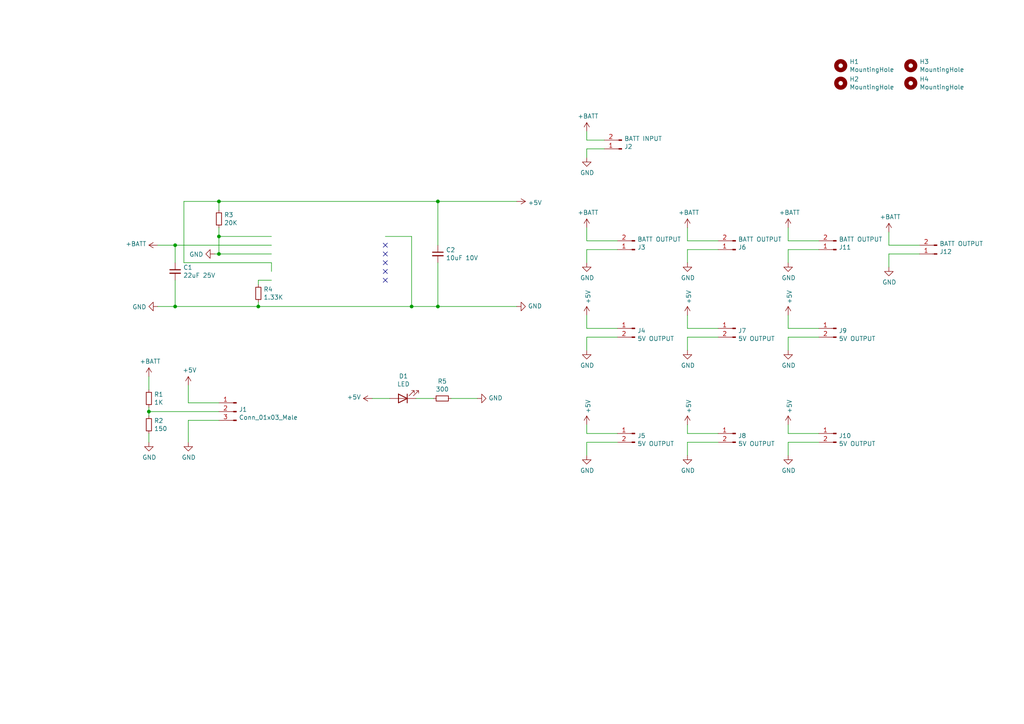
<source format=kicad_sch>
(kicad_sch (version 20211123) (generator eeschema)
  (paper "A4")
  (lib_symbols
    (symbol "Connector:Conn_01x02_Male" (pin_names (offset 1.016) hide)
      (property "Reference" "J" (at 0 2.54 0))
      (property "Value" "Conn_01x02_Male" (at 0 -5.08 0))
      (symbol "Conn_01x02_Male_1_1"
        (polyline (pts (xy 1.27 -2.54) (xy 0.8636 -2.54)) (stroke (width 0.1524)))
        (polyline (pts (xy 1.27 0) (xy 0.8636 0)) (stroke (width 0.1524)))
        (rectangle (start 0.8636 -2.413) (end 0 -2.667) (stroke (width 0.1524)) (fill (type outline)))
        (rectangle (start 0.8636 0.127) (end 0 -0.127) (stroke (width 0.1524)) (fill (type outline)))
        (pin passive line (at 5.08 0 180) (length 3.81) (name "Pin_1") (number "1"))
        (pin passive line (at 5.08 -2.54 180) (length 3.81) (name "Pin_2") (number "2"))
      )
    )
    (symbol "Connector:Conn_01x03_Male" (pin_names (offset 1.016) hide)
      (property "Reference" "J" (at 0 5.08 0))
      (property "Value" "Conn_01x03_Male" (at 0 -5.08 0))
      (symbol "Conn_01x03_Male_1_1"
        (polyline (pts (xy 1.27 -2.54) (xy 0.8636 -2.54)) (stroke (width 0.1524)))
        (polyline (pts (xy 1.27 0) (xy 0.8636 0)) (stroke (width 0.1524)))
        (polyline (pts (xy 1.27 2.54) (xy 0.8636 2.54)) (stroke (width 0.1524)))
        (rectangle (start 0.8636 -2.413) (end 0 -2.667) (stroke (width 0.1524)) (fill (type outline)))
        (rectangle (start 0.8636 0.127) (end 0 -0.127) (stroke (width 0.1524)) (fill (type outline)))
        (rectangle (start 0.8636 2.667) (end 0 2.413) (stroke (width 0.1524)) (fill (type outline)))
        (pin passive line (at 5.08 2.54 180) (length 3.81) (name "Pin_1") (number "1"))
        (pin passive line (at 5.08 0 180) (length 3.81) (name "Pin_2") (number "2"))
        (pin passive line (at 5.08 -2.54 180) (length 3.81) (name "Pin_3") (number "3"))
      )
    )
    (symbol "Device:C_Small" (pin_numbers hide) (pin_names (offset 0.254) hide)
      (property "Reference" "C" (at 0.254 1.778 0))
      (property "Value" "C_Small" (at 0.254 -2.032 0))
      (symbol "C_Small_0_1"
        (polyline (pts (xy -1.524 -0.508) (xy 1.524 -0.508)) (stroke (width 0.3302)))
        (polyline (pts (xy -1.524 0.508) (xy 1.524 0.508)) (stroke (width 0.3048)))
      )
      (symbol "C_Small_1_1"
        (pin passive line (at 0 2.54 270) (length 2.032) (name "~") (number "1"))
        (pin passive line (at 0 -2.54 90) (length 2.032) (name "~") (number "2"))
      )
    )
    (symbol "Device:LED" (pin_numbers hide) (pin_names (offset 1.016) hide)
      (property "Reference" "D" (at 0 2.54 0))
      (property "Value" "LED" (at 0 -2.54 0))
      (symbol "LED_0_1"
        (polyline (pts (xy -1.27 -1.27) (xy -1.27 1.27)) (stroke (width 0.254)))
        (polyline (pts (xy -1.27 0) (xy 1.27 0)))
        (polyline (pts (xy 1.27 -1.27) (xy 1.27 1.27) (xy -1.27 0) (xy 1.27 -1.27)) (stroke (width 0.254)))
        (polyline (pts (xy -3.048 -0.762) (xy -4.572 -2.286) (xy -3.81 -2.286) (xy -4.572 -2.286) (xy -4.572 -1.524)))
        (polyline (pts (xy -1.778 -0.762) (xy -3.302 -2.286) (xy -2.54 -2.286) (xy -3.302 -2.286) (xy -3.302 -1.524)))
      )
      (symbol "LED_1_1"
        (pin passive line (at -3.81 0 0) (length 2.54) (name "K") (number "1"))
        (pin passive line (at 3.81 0 180) (length 2.54) (name "A") (number "2"))
      )
    )
    (symbol "Device:R_Small" (pin_numbers hide) (pin_names (offset 0.254) hide)
      (property "Reference" "R" (at 0.762 0.508 0))
      (property "Value" "R_Small" (at 0.762 -1.016 0))
      (symbol "R_Small_0_1"
        (rectangle (start -0.762 1.778) (end 0.762 -1.778) (stroke (width 0.2032)))
      )
      (symbol "R_Small_1_1"
        (pin passive line (at 0 2.54 270) (length 0.762) (name "~") (number "1"))
        (pin passive line (at 0 -2.54 90) (length 0.762) (name "~") (number "2"))
      )
    )
    (symbol "Mechanical:MountingHole" (pin_names (offset 1.016))
      (property "Reference" "H" (at 0 5.08 0))
      (property "Value" "MountingHole" (at 0 3.175 0))
      (symbol "MountingHole_0_1"
        (circle (center 0 0) (radius 1.27) (stroke (width 1.27)))
      )
    )
    (symbol "power:+5V" (power) (pin_names (offset 0))
      (property "Value" "+5V" (at 0 3.556 0))
      (symbol "+5V_0_1"
        (polyline (pts (xy -0.762 1.27) (xy 0 2.54)))
        (polyline (pts (xy 0 0) (xy 0 2.54)))
        (polyline (pts (xy 0 2.54) (xy 0.762 1.27)))
      )
      (symbol "+5V_1_1"
        (pin power_in line (at 0 0 90) (length 0) hide (name "+5V") (number "1"))
      )
    )
    (symbol "power:+BATT" (power) (pin_names (offset 0))
      (property "Value" "+BATT" (at 0 3.556 0))
      (symbol "+BATT_0_1"
        (polyline (pts (xy -0.762 1.27) (xy 0 2.54)))
        (polyline (pts (xy 0 0) (xy 0 2.54)))
        (polyline (pts (xy 0 2.54) (xy 0.762 1.27)))
      )
      (symbol "+BATT_1_1"
        (pin power_in line (at 0 0 90) (length 0) hide (name "+BATT") (number "1"))
      )
    )
    (symbol "power:GND" (power) (pin_names (offset 0))
      (property "Value" "GND" (at 0 -3.81 0))
      (symbol "GND_0_1"
        (polyline (pts (xy 0 0) (xy 0 -1.27) (xy 1.27 -1.27) (xy 0 -2.54) (xy -1.27 -1.27) (xy 0 -1.27)))
      )
      (symbol "GND_1_1"
        (pin power_in line (at 0 0 270) (length 0) hide (name "GND") (number "1"))
      )
    )
  )
  (junction (at 127 88.9))
  (junction (at 63.5 68.58))
  (junction (at 74.93 88.9))
  (junction (at 127 58.42))
  (junction (at 63.5 58.42))
  (junction (at 43.18 119.38))
  (junction (at 50.8 71.12))
  (junction (at 63.5 73.66))
  (junction (at 119.38 88.9))
  (junction (at 50.8 88.9))
  (no_connect (at 111.76 71.12))
  (no_connect (at 111.76 76.2))
  (no_connect (at 111.76 81.28))
  (no_connect (at 111.76 78.74))
  (no_connect (at 111.76 73.66))
  (wire (pts (xy 170.18 72.39) (xy 179.07 72.39)))
  (wire (pts (xy 45.72 71.12) (xy 50.8 71.12)))
  (wire (pts (xy 170.18 125.73) (xy 179.07 125.73)))
  (wire (pts (xy 54.61 116.84) (xy 63.5 116.84)))
  (wire (pts (xy 170.18 66.04) (xy 170.18 69.85)))
  (wire (pts (xy 63.5 68.58) (xy 78.74 68.58)))
  (wire (pts (xy 74.93 87.63) (xy 74.93 88.9)))
  (wire (pts (xy 228.6 95.25) (xy 237.49 95.25)))
  (wire (pts (xy 170.18 38.1) (xy 170.18 40.64)))
  (wire (pts (xy 228.6 69.85) (xy 237.49 69.85)))
  (wire (pts (xy 43.18 125.73) (xy 43.18 128.27)))
  (wire (pts (xy 257.81 73.66) (xy 266.7 73.66)))
  (wire (pts (xy 228.6 101.6) (xy 228.6 97.79)))
  (wire (pts (xy 199.39 72.39) (xy 208.28 72.39)))
  (wire (pts (xy 45.72 88.9) (xy 50.8 88.9)))
  (wire (pts (xy 120.65 115.57) (xy 125.73 115.57)))
  (wire (pts (xy 127 88.9) (xy 149.86 88.9)))
  (wire (pts (xy 199.39 125.73) (xy 208.28 125.73)))
  (wire (pts (xy 50.8 81.28) (xy 50.8 88.9)))
  (wire (pts (xy 228.6 123.19) (xy 228.6 125.73)))
  (wire (pts (xy 170.18 101.6) (xy 170.18 97.79)))
  (wire (pts (xy 170.18 69.85) (xy 179.07 69.85)))
  (wire (pts (xy 119.38 68.58) (xy 119.38 88.9)))
  (wire (pts (xy 74.93 88.9) (xy 119.38 88.9)))
  (wire (pts (xy 228.6 132.08) (xy 228.6 128.27)))
  (wire (pts (xy 170.18 132.08) (xy 170.18 128.27)))
  (wire (pts (xy 63.5 66.04) (xy 63.5 68.58)))
  (wire (pts (xy 50.8 71.12) (xy 78.74 71.12)))
  (wire (pts (xy 78.74 78.74) (xy 78.74 76.2)))
  (wire (pts (xy 78.74 76.2) (xy 53.34 76.2)))
  (wire (pts (xy 228.6 91.44) (xy 228.6 95.25)))
  (wire (pts (xy 199.39 97.79) (xy 208.28 97.79)))
  (wire (pts (xy 257.81 67.31) (xy 257.81 71.12)))
  (wire (pts (xy 130.81 115.57) (xy 138.43 115.57)))
  (wire (pts (xy 199.39 123.19) (xy 199.39 125.73)))
  (wire (pts (xy 170.18 91.44) (xy 170.18 95.25)))
  (wire (pts (xy 228.6 125.73) (xy 237.49 125.73)))
  (wire (pts (xy 43.18 119.38) (xy 63.5 119.38)))
  (wire (pts (xy 170.18 45.72) (xy 170.18 43.18)))
  (wire (pts (xy 50.8 76.2) (xy 50.8 71.12)))
  (wire (pts (xy 170.18 95.25) (xy 179.07 95.25)))
  (wire (pts (xy 199.39 76.2) (xy 199.39 72.39)))
  (wire (pts (xy 199.39 66.04) (xy 199.39 69.85)))
  (wire (pts (xy 62.23 73.66) (xy 63.5 73.66)))
  (wire (pts (xy 43.18 109.22) (xy 43.18 113.03)))
  (wire (pts (xy 228.6 72.39) (xy 237.49 72.39)))
  (wire (pts (xy 257.81 77.47) (xy 257.81 73.66)))
  (wire (pts (xy 119.38 88.9) (xy 127 88.9)))
  (wire (pts (xy 199.39 132.08) (xy 199.39 128.27)))
  (wire (pts (xy 63.5 58.42) (xy 63.5 60.96)))
  (wire (pts (xy 199.39 69.85) (xy 208.28 69.85)))
  (wire (pts (xy 107.95 115.57) (xy 113.03 115.57)))
  (wire (pts (xy 74.93 81.28) (xy 74.93 82.55)))
  (wire (pts (xy 54.61 121.92) (xy 63.5 121.92)))
  (wire (pts (xy 43.18 119.38) (xy 43.18 120.65)))
  (wire (pts (xy 228.6 66.04) (xy 228.6 69.85)))
  (wire (pts (xy 63.5 73.66) (xy 63.5 68.58)))
  (wire (pts (xy 228.6 128.27) (xy 237.49 128.27)))
  (wire (pts (xy 50.8 88.9) (xy 74.93 88.9)))
  (wire (pts (xy 54.61 121.92) (xy 54.61 128.27)))
  (wire (pts (xy 199.39 95.25) (xy 199.39 91.44)))
  (wire (pts (xy 199.39 128.27) (xy 208.28 128.27)))
  (wire (pts (xy 199.39 95.25) (xy 208.28 95.25)))
  (wire (pts (xy 53.34 76.2) (xy 53.34 58.42)))
  (wire (pts (xy 257.81 71.12) (xy 266.7 71.12)))
  (wire (pts (xy 170.18 40.64) (xy 175.26 40.64)))
  (wire (pts (xy 170.18 128.27) (xy 179.07 128.27)))
  (wire (pts (xy 170.18 97.79) (xy 179.07 97.79)))
  (wire (pts (xy 228.6 97.79) (xy 237.49 97.79)))
  (wire (pts (xy 43.18 118.11) (xy 43.18 119.38)))
  (wire (pts (xy 170.18 123.19) (xy 170.18 125.73)))
  (wire (pts (xy 111.76 68.58) (xy 119.38 68.58)))
  (wire (pts (xy 170.18 76.2) (xy 170.18 72.39)))
  (wire (pts (xy 78.74 73.66) (xy 63.5 73.66)))
  (wire (pts (xy 127 76.2) (xy 127 88.9)))
  (wire (pts (xy 127 71.12) (xy 127 58.42)))
  (wire (pts (xy 63.5 58.42) (xy 127 58.42)))
  (wire (pts (xy 78.74 81.28) (xy 74.93 81.28)))
  (wire (pts (xy 199.39 101.6) (xy 199.39 97.79)))
  (wire (pts (xy 170.18 43.18) (xy 175.26 43.18)))
  (wire (pts (xy 127 58.42) (xy 149.86 58.42)))
  (wire (pts (xy 54.61 111.76) (xy 54.61 116.84)))
  (wire (pts (xy 53.34 58.42) (xy 63.5 58.42)))
  (wire (pts (xy 228.6 76.2) (xy 228.6 72.39)))
  (symbol (lib_id "OKL-T_6-W12N-C:OKL-T_6-W12N-C") (at 78.74 68.58 0) (unit 1)
    (property "Reference" "U1" (at 95.25 61.849 0))
    (property "Value" "OKL-T_6-W12N-C" (at 95.25 64.1604 0))
    (property "Footprint" "OKL-T_6-W12N-C:OKL-T_3-W5" (effects hide))
    (property "Datasheet" "http://www.mouser.com/ds/2/281/okl-t6-w12-21493.pdf" (effects hide))
    (property "Description" "MURATA POWER SOLUTIONS - OKL-T/6-W12N-C - DC/DC CONVERTER, 30W, ADJ OUTPUT" (effects hide))
    (property "Manufacturer_Name" "Murata Electronics" (effects hide))
    (property "Manufacturer_Part_Number" "OKL-T/6-W12N-C" (effects hide))
    (property "Mouser Part Number" "580-OKL-T/6-W12N-C" (effects hide))
    (property "Mouser Price/Stock" "https://www.mouser.com/Search/Refine.aspx?Keyword=580-OKL-T%2F6-W12N-C" (effects hide))
    (property "RS Part Number" "1736944P" (effects hide))
    (property "RS Price/Stock" "http://uk.rs-online.com/web/p/products/1736944P" (effects hide))
  )
  (symbol (lib_id "Device:C_Small") (at 127 73.66 0) (unit 1)
    (property "Reference" "C2" (at 129.3368 72.4916 0) (effects (justify left)))
    (property "Value" "10uF 10V" (at 129.3368 74.803 0) (effects (justify left)))
    (property "Footprint" "Inductor_SMD:L_0603_1608Metric_Pad1.05x0.95mm_HandSolder" (effects hide))
  )
  (symbol (lib_id "Device:R_Small") (at 74.93 85.09 0) (unit 1)
    (property "Reference" "R4" (at 76.4286 83.9216 0) (effects (justify left)))
    (property "Value" "1.33K" (at 76.4286 86.233 0) (effects (justify left)))
    (property "Footprint" "Resistor_SMD:R_0603_1608Metric_Pad0.98x0.95mm_HandSolder" (effects hide))
  )
  (symbol (lib_id "Device:R_Small") (at 63.5 63.5 0) (unit 1)
    (property "Reference" "R3" (at 64.9986 62.3316 0) (effects (justify left)))
    (property "Value" "20K" (at 64.9986 64.643 0) (effects (justify left)))
    (property "Footprint" "Resistor_SMD:R_0603_1608Metric_Pad0.98x0.95mm_HandSolder" (effects hide))
  )
  (symbol (lib_id "Device:C_Small") (at 50.8 78.74 0) (unit 1)
    (property "Reference" "C1" (at 53.1368 77.5716 0) (effects (justify left)))
    (property "Value" "22uF 25V" (at 53.1368 79.883 0) (effects (justify left)))
    (property "Footprint" "Inductor_SMD:L_0805_2012Metric_Pad1.15x1.40mm_HandSolder" (effects hide))
  )
  (symbol (lib_id "power:GND") (at 62.23 73.66 270) (unit 1)
    (property "Reference" "#PWR0101" (effects hide))
    (property "Value" "GND" (at 58.9788 73.787 90) (effects (justify right)))
  )
  (symbol (lib_id "power:+BATT") (at 45.72 71.12 90) (unit 1)
    (property "Reference" "#PWR0102" (effects hide))
    (property "Value" "+BATT" (at 42.4942 70.739 90) (effects (justify left)))
  )
  (symbol (lib_id "power:GND") (at 45.72 88.9 270) (unit 1)
    (property "Reference" "#PWR0103" (effects hide))
    (property "Value" "GND" (at 42.4688 89.027 90) (effects (justify right)))
  )
  (symbol (lib_id "power:+5V") (at 149.86 58.42 270) (unit 1)
    (property "Reference" "#PWR0104" (effects hide))
    (property "Value" "+5V" (at 153.1112 58.801 90) (effects (justify left)))
  )
  (symbol (lib_id "power:GND") (at 149.86 88.9 90) (unit 1)
    (property "Reference" "#PWR0105" (effects hide))
    (property "Value" "GND" (at 153.1112 88.773 90) (effects (justify right)))
  )
  (symbol (lib_id "Connector:Conn_01x02_Male") (at 180.34 43.18 180) (unit 1)
    (property "Reference" "J2" (at 181.0512 42.5196 0) (effects (justify right)))
    (property "Value" "BATT INPUT" (at 181.0512 40.2082 0) (effects (justify right)))
    (property "Footprint" "Connector_AMASS:AMASS_XT30U-M_1x02_P5.0mm_Vertical" (effects hide))
  )
  (symbol (lib_id "power:+BATT") (at 170.18 38.1 0) (unit 1)
    (property "Reference" "#PWR0106" (effects hide))
    (property "Value" "+BATT" (at 170.561 33.7058 0))
  )
  (symbol (lib_id "power:GND") (at 170.18 45.72 0) (unit 1)
    (property "Reference" "#PWR0113" (effects hide))
    (property "Value" "GND" (at 170.307 50.1142 0))
  )
  (symbol (lib_id "power:+5V") (at 54.61 111.76 0) (unit 1)
    (property "Reference" "#PWR0107" (effects hide))
    (property "Value" "+5V" (at 54.991 107.3658 0))
  )
  (symbol (lib_id "power:GND") (at 54.61 128.27 0) (unit 1)
    (property "Reference" "#PWR0108" (effects hide))
    (property "Value" "GND" (at 54.737 132.6642 0))
  )
  (symbol (lib_id "Device:R_Small") (at 43.18 115.57 0) (unit 1)
    (property "Reference" "R1" (at 44.6786 114.4016 0) (effects (justify left)))
    (property "Value" "1K" (at 44.6786 116.713 0) (effects (justify left)))
    (property "Footprint" "Resistor_SMD:R_0603_1608Metric_Pad0.98x0.95mm_HandSolder" (effects hide))
  )
  (symbol (lib_id "Device:R_Small") (at 43.18 123.19 0) (unit 1)
    (property "Reference" "R2" (at 44.6786 122.0216 0) (effects (justify left)))
    (property "Value" "150" (at 44.6786 124.333 0) (effects (justify left)))
    (property "Footprint" "Resistor_SMD:R_0603_1608Metric_Pad0.98x0.95mm_HandSolder" (effects hide))
  )
  (symbol (lib_id "power:+BATT") (at 43.18 109.22 0) (unit 1)
    (property "Reference" "#PWR0109" (effects hide))
    (property "Value" "+BATT" (at 43.561 104.8258 0))
  )
  (symbol (lib_id "power:GND") (at 43.18 128.27 0) (unit 1)
    (property "Reference" "#PWR0110" (effects hide))
    (property "Value" "GND" (at 43.307 132.6642 0))
  )
  (symbol (lib_id "Device:LED") (at 116.84 115.57 180) (unit 1)
    (property "Reference" "D1" (at 117.0178 109.093 0))
    (property "Value" "LED" (at 117.0178 111.4044 0))
    (property "Footprint" "LED_SMD:LED_0603_1608Metric_Pad1.05x0.95mm_HandSolder" (effects hide))
  )
  (symbol (lib_id "power:+5V") (at 107.95 115.57 90) (unit 1)
    (property "Reference" "#PWR0111" (effects hide))
    (property "Value" "+5V" (at 104.6988 115.189 90) (effects (justify left)))
  )
  (symbol (lib_id "Device:R_Small") (at 128.27 115.57 90) (unit 1)
    (property "Reference" "R5" (at 128.27 110.5916 90))
    (property "Value" "300" (at 128.27 112.903 90))
    (property "Footprint" "Resistor_SMD:R_0603_1608Metric_Pad0.98x0.95mm_HandSolder" (effects hide))
  )
  (symbol (lib_id "power:GND") (at 138.43 115.57 90) (unit 1)
    (property "Reference" "#PWR0112" (effects hide))
    (property "Value" "GND" (at 141.6812 115.443 90) (effects (justify right)))
  )
  (symbol (lib_id "Connector:Conn_01x02_Male") (at 184.15 95.25 0) (mirror y) (unit 1)
    (property "Reference" "J4" (at 184.8612 95.9104 0) (effects (justify right)))
    (property "Value" "5V OUTPUT" (at 184.8612 98.2218 0) (effects (justify right)))
    (property "Footprint" "Connector_JST:JST_PH_B2B-PH-K_1x02_P2.00mm_Vertical" (effects hide))
  )
  (symbol (lib_id "power:GND") (at 170.18 101.6 0) (unit 1)
    (property "Reference" "#PWR0114" (effects hide))
    (property "Value" "GND" (at 170.307 105.9942 0))
  )
  (symbol (lib_id "Connector:Conn_01x02_Male") (at 213.36 95.25 0) (mirror y) (unit 1)
    (property "Reference" "J7" (at 214.0712 95.9104 0) (effects (justify right)))
    (property "Value" "5V OUTPUT" (at 214.0712 98.2218 0) (effects (justify right)))
    (property "Footprint" "Connector_JST:JST_PH_B2B-PH-K_1x02_P2.00mm_Vertical" (effects hide))
  )
  (symbol (lib_id "power:GND") (at 199.39 101.6 0) (unit 1)
    (property "Reference" "#PWR0116" (effects hide))
    (property "Value" "GND" (at 199.517 105.9942 0))
  )
  (symbol (lib_id "Connector:Conn_01x02_Male") (at 242.57 95.25 0) (mirror y) (unit 1)
    (property "Reference" "J9" (at 243.2812 95.9104 0) (effects (justify right)))
    (property "Value" "5V OUTPUT" (at 243.2812 98.2218 0) (effects (justify right)))
    (property "Footprint" "Connector_JST:JST_PH_B2B-PH-K_1x02_P2.00mm_Vertical" (effects hide))
  )
  (symbol (lib_id "power:GND") (at 228.6 101.6 0) (unit 1)
    (property "Reference" "#PWR0118" (effects hide))
    (property "Value" "GND" (at 228.727 105.9942 0))
  )
  (symbol (lib_id "Connector:Conn_01x02_Male") (at 184.15 72.39 180) (unit 1)
    (property "Reference" "J3" (at 184.8612 71.7296 0) (effects (justify right)))
    (property "Value" "BATT OUTPUT" (at 184.8612 69.4182 0) (effects (justify right)))
    (property "Footprint" "Connector_AMASS:AMASS_XT30U-F_1x02_P5.0mm_Vertical" (effects hide))
  )
  (symbol (lib_id "power:GND") (at 170.18 76.2 0) (unit 1)
    (property "Reference" "#PWR0120" (effects hide))
    (property "Value" "GND" (at 170.307 80.5942 0))
  )
  (symbol (lib_id "Connector:Conn_01x02_Male") (at 213.36 72.39 180) (unit 1)
    (property "Reference" "J6" (at 214.0712 71.7296 0) (effects (justify right)))
    (property "Value" "BATT OUTPUT" (at 214.0712 69.4182 0) (effects (justify right)))
    (property "Footprint" "Connector_AMASS:AMASS_XT30U-F_1x02_P5.0mm_Vertical" (effects hide))
  )
  (symbol (lib_id "power:GND") (at 199.39 76.2 0) (unit 1)
    (property "Reference" "#PWR0121" (effects hide))
    (property "Value" "GND" (at 199.517 80.5942 0))
  )
  (symbol (lib_id "power:+BATT") (at 170.18 66.04 0) (unit 1)
    (property "Reference" "#PWR0122" (effects hide))
    (property "Value" "+BATT" (at 170.561 61.6458 0))
  )
  (symbol (lib_id "power:+BATT") (at 199.39 66.04 0) (unit 1)
    (property "Reference" "#PWR0123" (effects hide))
    (property "Value" "+BATT" (at 199.771 61.6458 0))
  )
  (symbol (lib_id "Connector:Conn_01x02_Male") (at 184.15 125.73 0) (mirror y) (unit 1)
    (property "Reference" "J5" (at 184.8612 126.3904 0) (effects (justify right)))
    (property "Value" "5V OUTPUT" (at 184.8612 128.7018 0) (effects (justify right)))
    (property "Footprint" "Connector_JST:JST_PH_B2B-PH-K_1x02_P2.00mm_Vertical" (effects hide))
  )
  (symbol (lib_id "power:GND") (at 170.18 132.08 0) (unit 1)
    (property "Reference" "#PWR0124" (effects hide))
    (property "Value" "GND" (at 170.307 136.4742 0))
  )
  (symbol (lib_id "Connector:Conn_01x02_Male") (at 213.36 125.73 0) (mirror y) (unit 1)
    (property "Reference" "J8" (at 214.0712 126.3904 0) (effects (justify right)))
    (property "Value" "5V OUTPUT" (at 214.0712 128.7018 0) (effects (justify right)))
    (property "Footprint" "Connector_JST:JST_PH_B2B-PH-K_1x02_P2.00mm_Vertical" (effects hide))
  )
  (symbol (lib_id "power:GND") (at 199.39 132.08 0) (unit 1)
    (property "Reference" "#PWR0126" (effects hide))
    (property "Value" "GND" (at 199.517 136.4742 0))
  )
  (symbol (lib_id "Connector:Conn_01x02_Male") (at 242.57 125.73 0) (mirror y) (unit 1)
    (property "Reference" "J10" (at 243.2812 126.3904 0) (effects (justify right)))
    (property "Value" "5V OUTPUT" (at 243.2812 128.7018 0) (effects (justify right)))
    (property "Footprint" "Connector_JST:JST_PH_B2B-PH-K_1x02_P2.00mm_Vertical" (effects hide))
  )
  (symbol (lib_id "power:GND") (at 228.6 132.08 0) (unit 1)
    (property "Reference" "#PWR0128" (effects hide))
    (property "Value" "GND" (at 228.727 136.4742 0))
  )
  (symbol (lib_id "Mechanical:MountingHole") (at 243.84 19.05 0) (unit 1)
    (property "Reference" "H1" (at 246.38 17.8816 0) (effects (justify left)))
    (property "Value" "MountingHole" (at 246.38 20.193 0) (effects (justify left)))
    (property "Footprint" "MountingHole:MountingHole_3.2mm_M3_ISO7380_Pad" (effects hide))
  )
  (symbol (lib_id "Mechanical:MountingHole") (at 264.16 19.05 0) (unit 1)
    (property "Reference" "H3" (at 266.7 17.8816 0) (effects (justify left)))
    (property "Value" "MountingHole" (at 266.7 20.193 0) (effects (justify left)))
    (property "Footprint" "MountingHole:MountingHole_3.2mm_M3_ISO7380_Pad" (effects hide))
  )
  (symbol (lib_id "Mechanical:MountingHole") (at 243.84 24.13 0) (unit 1)
    (property "Reference" "H2" (at 246.38 22.9616 0) (effects (justify left)))
    (property "Value" "MountingHole" (at 246.38 25.273 0) (effects (justify left)))
    (property "Footprint" "MountingHole:MountingHole_3.2mm_M3_ISO7380_Pad" (effects hide))
  )
  (symbol (lib_id "Mechanical:MountingHole") (at 264.16 24.13 0) (unit 1)
    (property "Reference" "H4" (at 266.7 22.9616 0) (effects (justify left)))
    (property "Value" "MountingHole" (at 266.7 25.273 0) (effects (justify left)))
    (property "Footprint" "MountingHole:MountingHole_3.2mm_M3_ISO7380_Pad" (effects hide))
  )
  (symbol (lib_id "Connector:Conn_01x02_Male") (at 242.57 72.39 180) (unit 1)
    (property "Reference" "J11" (at 243.2812 71.7296 0) (effects (justify right)))
    (property "Value" "BATT OUTPUT" (at 243.2812 69.4182 0) (effects (justify right)))
    (property "Footprint" "Connector_AMASS:AMASS_XT30U-F_1x02_P5.0mm_Vertical" (effects hide))
  )
  (symbol (lib_id "power:GND") (at 228.6 76.2 0) (unit 1)
    (property "Reference" "#PWR0130" (effects hide))
    (property "Value" "GND" (at 228.727 80.5942 0))
  )
  (symbol (lib_id "power:+BATT") (at 228.6 66.04 0) (unit 1)
    (property "Reference" "#PWR0131" (effects hide))
    (property "Value" "+BATT" (at 228.981 61.6458 0))
  )
  (symbol (lib_id "Connector:Conn_01x02_Male") (at 271.78 73.66 180) (unit 1)
    (property "Reference" "J12" (at 272.4912 72.9996 0) (effects (justify right)))
    (property "Value" "BATT OUTPUT" (at 272.4912 70.6882 0) (effects (justify right)))
    (property "Footprint" "Connector_AMASS:AMASS_XT30U-F_1x02_P5.0mm_Vertical" (effects hide))
  )
  (symbol (lib_id "power:GND") (at 257.81 77.47 0) (unit 1)
    (property "Reference" "#PWR0132" (effects hide))
    (property "Value" "GND" (at 257.937 81.8642 0))
  )
  (symbol (lib_id "power:+BATT") (at 257.81 67.31 0) (unit 1)
    (property "Reference" "#PWR0133" (effects hide))
    (property "Value" "+BATT" (at 258.191 62.9158 0))
  )
  (symbol (lib_id "power:+5V") (at 170.18 91.44 0) (unit 1)
    (property "Reference" "#PWR0115" (effects hide))
    (property "Value" "+5V" (at 170.561 88.1888 90) (effects (justify left)))
  )
  (symbol (lib_id "power:+5V") (at 199.39 91.44 0) (unit 1)
    (property "Reference" "#PWR0117" (effects hide))
    (property "Value" "+5V" (at 199.771 88.1888 90) (effects (justify left)))
  )
  (symbol (lib_id "power:+5V") (at 228.6 91.44 0) (unit 1)
    (property "Reference" "#PWR0119" (effects hide))
    (property "Value" "+5V" (at 228.981 88.1888 90) (effects (justify left)))
  )
  (symbol (lib_id "power:+5V") (at 170.18 123.19 0) (unit 1)
    (property "Reference" "#PWR0125" (effects hide))
    (property "Value" "+5V" (at 170.561 119.9388 90) (effects (justify left)))
  )
  (symbol (lib_id "power:+5V") (at 199.39 123.19 0) (unit 1)
    (property "Reference" "#PWR0127" (effects hide))
    (property "Value" "+5V" (at 199.771 119.9388 90) (effects (justify left)))
  )
  (symbol (lib_id "power:+5V") (at 228.6 123.19 0) (unit 1)
    (property "Reference" "#PWR0129" (effects hide))
    (property "Value" "+5V" (at 228.981 119.9388 90) (effects (justify left)))
  )
  (symbol (lib_id "Connector:Conn_01x03_Male") (at 68.58 119.38 0) (mirror y) (unit 1)
    (property "Reference" "J1" (at 69.2912 118.7704 0) (effects (justify right)))
    (property "Value" "Conn_01x03_Male" (at 69.2912 121.0818 0) (effects (justify right)))
    (property "Footprint" "Connector_JST:JST_PH_B3B-PH-K_1x03_P2.00mm_Vertical" (effects hide))
  )
)
</source>
